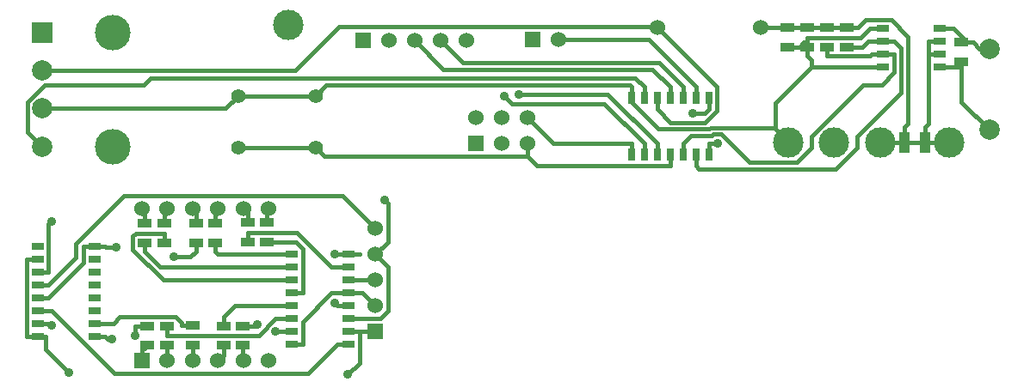
<source format=gtl>
G04 (created by PCBNEW (2013-07-07 BZR 4022)-stable) date 26/01/2014 9:48:07 PM*
%MOIN*%
G04 Gerber Fmt 3.4, Leading zero omitted, Abs format*
%FSLAX34Y34*%
G01*
G70*
G90*
G04 APERTURE LIST*
%ADD10C,0.00590551*%
%ADD11R,0.05X0.025*%
%ADD12R,0.055X0.035*%
%ADD13C,0.06*%
%ADD14C,0.11811*%
%ADD15R,0.0393701X0.0787402*%
%ADD16C,0.055*%
%ADD17R,0.025X0.05*%
%ADD18R,0.06X0.06*%
%ADD19C,0.137795*%
%ADD20R,0.0787402X0.0787402*%
%ADD21C,0.0787402*%
%ADD22C,0.035*%
%ADD23C,0.015748*%
G04 APERTURE END LIST*
G54D10*
G54D11*
X40686Y-7442D03*
X40686Y-6942D03*
X40686Y-6442D03*
X40686Y-5942D03*
X38486Y-5942D03*
X38486Y-6442D03*
X38486Y-6942D03*
X38486Y-7442D03*
G54D12*
X35551Y-5904D03*
X35551Y-6654D03*
X34783Y-5904D03*
X34783Y-6654D03*
X36318Y-5904D03*
X36318Y-6654D03*
X37086Y-5904D03*
X37086Y-6654D03*
X41515Y-7225D03*
X41515Y-6475D03*
G54D13*
X29732Y-5905D03*
X33732Y-5905D03*
G54D14*
X15452Y-5787D03*
X34822Y-10354D03*
X41043Y-10354D03*
X36594Y-10354D03*
X38366Y-10354D03*
G54D15*
X39311Y-10354D03*
X40098Y-10354D03*
G54D16*
X13500Y-10566D03*
X13500Y-8566D03*
X16500Y-10566D03*
X16500Y-8566D03*
G54D11*
X15573Y-14706D03*
X15573Y-15206D03*
X15573Y-15706D03*
X15573Y-16206D03*
X15573Y-16706D03*
X15573Y-17206D03*
X15573Y-17706D03*
X15573Y-18206D03*
X17773Y-18206D03*
X17773Y-17706D03*
X17773Y-17206D03*
X17773Y-16706D03*
X17773Y-16206D03*
X17773Y-15706D03*
X17773Y-15206D03*
X17773Y-14706D03*
X7930Y-17891D03*
X7930Y-17391D03*
X7930Y-16891D03*
X7930Y-16391D03*
X7930Y-15891D03*
X7930Y-15391D03*
X7930Y-14891D03*
X7930Y-14391D03*
X5730Y-14391D03*
X5730Y-14891D03*
X5730Y-15391D03*
X5730Y-15891D03*
X5730Y-16391D03*
X5730Y-16891D03*
X5730Y-17391D03*
X5730Y-17891D03*
G54D17*
X28736Y-10844D03*
X29236Y-10844D03*
X29736Y-10844D03*
X30236Y-10844D03*
X30736Y-10844D03*
X31236Y-10844D03*
X31736Y-10844D03*
X31736Y-8644D03*
X31236Y-8644D03*
X30736Y-8644D03*
X30236Y-8644D03*
X29736Y-8644D03*
X29236Y-8644D03*
X28736Y-8644D03*
G54D12*
X10629Y-14252D03*
X10629Y-13502D03*
X9881Y-14252D03*
X9881Y-13502D03*
X12618Y-14252D03*
X12618Y-13502D03*
X13877Y-14233D03*
X13877Y-13483D03*
X14625Y-14233D03*
X14625Y-13483D03*
X12933Y-17499D03*
X12933Y-18249D03*
X10728Y-17499D03*
X10728Y-18249D03*
X9980Y-17499D03*
X9980Y-18249D03*
X11870Y-14252D03*
X11870Y-13502D03*
X13681Y-17499D03*
X13681Y-18249D03*
X11751Y-17479D03*
X11751Y-18229D03*
G54D18*
X24913Y-6377D03*
G54D13*
X25913Y-6377D03*
G54D18*
X22700Y-10401D03*
G54D13*
X22700Y-9401D03*
X23700Y-10401D03*
X23700Y-9401D03*
X24700Y-10401D03*
X24700Y-9401D03*
G54D18*
X18818Y-17708D03*
G54D13*
X18818Y-16708D03*
X18818Y-15708D03*
X18818Y-14708D03*
X18818Y-13708D03*
G54D18*
X18334Y-6417D03*
G54D13*
X19334Y-6417D03*
X20334Y-6417D03*
X21334Y-6417D03*
X22334Y-6417D03*
G54D18*
X9763Y-18838D03*
G54D13*
X10748Y-18838D03*
X11732Y-18838D03*
X12716Y-18838D03*
X13700Y-18838D03*
X14685Y-18838D03*
X14685Y-12933D03*
X13700Y-12933D03*
X12716Y-12933D03*
X11732Y-12933D03*
X10748Y-12933D03*
X9763Y-12933D03*
G54D19*
X8661Y-6092D03*
X8661Y-10521D03*
G54D20*
X5905Y-6092D03*
G54D21*
X5905Y-10521D03*
X5905Y-7568D03*
X5915Y-9045D03*
X42598Y-6732D03*
X42598Y-9881D03*
G54D22*
X8605Y-17993D03*
X14233Y-17431D03*
X24386Y-8496D03*
X19173Y-12598D03*
X6283Y-13427D03*
X8765Y-14424D03*
X17242Y-14706D03*
X17759Y-19368D03*
X6932Y-19287D03*
X17239Y-16595D03*
X14961Y-17706D03*
X9508Y-17871D03*
X6264Y-17459D03*
X11003Y-14815D03*
X31118Y-9233D03*
X23813Y-8561D03*
X32067Y-10404D03*
G54D23*
X25714Y-10415D02*
X28736Y-10415D01*
X24700Y-9401D02*
X25714Y-10415D01*
X28736Y-10844D02*
X28736Y-10415D01*
X39311Y-10354D02*
X38366Y-10354D01*
X36318Y-5904D02*
X35551Y-5904D01*
X34783Y-5904D02*
X35551Y-5904D01*
X36318Y-5904D02*
X37086Y-5904D01*
X40686Y-6942D02*
X40257Y-6942D01*
X40686Y-6442D02*
X40257Y-6442D01*
X40257Y-6442D02*
X40257Y-6942D01*
X34328Y-5905D02*
X34329Y-5904D01*
X33732Y-5905D02*
X34328Y-5905D01*
X34783Y-5904D02*
X34329Y-5904D01*
X39311Y-10354D02*
X39311Y-9781D01*
X37812Y-5618D02*
X37526Y-5904D01*
X38810Y-5618D02*
X37812Y-5618D01*
X39451Y-6259D02*
X38810Y-5618D01*
X39451Y-9641D02*
X39451Y-6259D01*
X39311Y-9781D02*
X39451Y-9641D01*
X37086Y-5904D02*
X37526Y-5904D01*
X40257Y-9622D02*
X40098Y-9781D01*
X40257Y-6942D02*
X40257Y-9622D01*
X40098Y-10354D02*
X40098Y-9781D01*
X40098Y-10354D02*
X41043Y-10354D01*
X40098Y-10354D02*
X39311Y-10354D01*
X13021Y-9045D02*
X5915Y-9045D01*
X13500Y-8566D02*
X13021Y-9045D01*
X35551Y-6654D02*
X35551Y-7008D01*
X37969Y-5942D02*
X38486Y-5942D01*
X37611Y-6300D02*
X37969Y-5942D01*
X35551Y-6300D02*
X37611Y-6300D01*
X35551Y-6654D02*
X35551Y-6477D01*
X35551Y-6477D02*
X35551Y-6300D01*
X35414Y-6477D02*
X35237Y-6654D01*
X35551Y-6477D02*
X35414Y-6477D01*
X34783Y-6654D02*
X35237Y-6654D01*
X35697Y-7154D02*
X35551Y-7008D01*
X35697Y-7442D02*
X35697Y-7154D01*
X35697Y-7442D02*
X38486Y-7442D01*
X13500Y-8566D02*
X16500Y-8566D01*
X28736Y-8644D02*
X28736Y-8215D01*
X28736Y-8793D02*
X28736Y-8644D01*
X29789Y-9845D02*
X28736Y-8793D01*
X31761Y-9845D02*
X29789Y-9845D01*
X31814Y-9793D02*
X31761Y-9845D01*
X34314Y-9793D02*
X31814Y-9793D01*
X34314Y-9845D02*
X34314Y-9793D01*
X34822Y-10354D02*
X34314Y-9845D01*
X34314Y-8826D02*
X35697Y-7442D01*
X34314Y-9793D02*
X34314Y-8826D01*
X16924Y-8142D02*
X16500Y-8566D01*
X28663Y-8142D02*
X16924Y-8142D01*
X28736Y-8215D02*
X28663Y-8142D01*
X13681Y-17499D02*
X14134Y-17499D01*
X7930Y-17891D02*
X8359Y-17891D01*
X8461Y-17993D02*
X8605Y-17993D01*
X8359Y-17891D02*
X8461Y-17993D01*
X14165Y-17499D02*
X14233Y-17431D01*
X14134Y-17499D02*
X14165Y-17499D01*
X27817Y-8496D02*
X29736Y-10415D01*
X24386Y-8496D02*
X27817Y-8496D01*
X29736Y-10844D02*
X29736Y-10415D01*
X19017Y-17206D02*
X17773Y-17206D01*
X19315Y-16908D02*
X19017Y-17206D01*
X19315Y-15205D02*
X19315Y-16908D01*
X18818Y-14708D02*
X19315Y-15205D01*
X19301Y-12726D02*
X19173Y-12598D01*
X19301Y-14225D02*
X19301Y-12726D01*
X18818Y-14708D02*
X19301Y-14225D01*
X5730Y-15391D02*
X6159Y-15391D01*
X6159Y-13551D02*
X6283Y-13427D01*
X6159Y-15391D02*
X6159Y-13551D01*
X18204Y-15708D02*
X18202Y-15706D01*
X18818Y-15708D02*
X18204Y-15708D01*
X17773Y-15706D02*
X18202Y-15706D01*
X5730Y-16391D02*
X6159Y-16391D01*
X7930Y-14391D02*
X7501Y-14391D01*
X7501Y-15049D02*
X7501Y-14391D01*
X6159Y-16391D02*
X7501Y-15049D01*
X18316Y-16206D02*
X17773Y-16206D01*
X18818Y-16708D02*
X18316Y-16206D01*
X15573Y-18206D02*
X16002Y-18206D01*
X17773Y-16206D02*
X17344Y-16206D01*
X7930Y-14391D02*
X8359Y-14391D01*
X16002Y-17321D02*
X16002Y-18206D01*
X17116Y-16206D02*
X16002Y-17321D01*
X17344Y-16206D02*
X17116Y-16206D01*
X8392Y-14424D02*
X8765Y-14424D01*
X8359Y-14391D02*
X8392Y-14424D01*
X17773Y-17706D02*
X18202Y-17706D01*
X17773Y-14706D02*
X17344Y-14706D01*
X17773Y-14706D02*
X18202Y-14706D01*
X18204Y-17708D02*
X18202Y-17706D01*
X18818Y-17708D02*
X18204Y-17708D01*
X17344Y-14706D02*
X17242Y-14706D01*
X5730Y-17891D02*
X5301Y-17891D01*
X5301Y-17891D02*
X5301Y-14891D01*
X5730Y-14891D02*
X5301Y-14891D01*
X18202Y-18926D02*
X17759Y-19368D01*
X18202Y-17706D02*
X18202Y-18926D01*
X6037Y-18391D02*
X6037Y-17891D01*
X6932Y-19287D02*
X6037Y-18391D01*
X5730Y-17891D02*
X6037Y-17891D01*
X30736Y-8644D02*
X30736Y-8215D01*
X29799Y-7278D02*
X30736Y-8215D01*
X22195Y-7278D02*
X29799Y-7278D01*
X21334Y-6417D02*
X22195Y-7278D01*
X30236Y-8644D02*
X30236Y-8215D01*
X29561Y-7540D02*
X30236Y-8215D01*
X21458Y-7540D02*
X29561Y-7540D01*
X20334Y-6417D02*
X21458Y-7540D01*
X30236Y-10844D02*
X30236Y-11272D01*
X25072Y-11272D02*
X24700Y-10900D01*
X30236Y-11272D02*
X25072Y-11272D01*
X24700Y-10900D02*
X24700Y-10401D01*
X16834Y-10900D02*
X16500Y-10566D01*
X24700Y-10900D02*
X16834Y-10900D01*
X16500Y-10566D02*
X13500Y-10566D01*
X5730Y-15891D02*
X6159Y-15891D01*
X17773Y-16706D02*
X17344Y-16706D01*
X17344Y-16700D02*
X17344Y-16706D01*
X17239Y-16595D02*
X17344Y-16700D01*
X17557Y-12447D02*
X18818Y-13708D01*
X9073Y-12447D02*
X17557Y-12447D01*
X7224Y-14296D02*
X9073Y-12447D01*
X7224Y-14827D02*
X7224Y-14296D01*
X6159Y-15891D02*
X7224Y-14827D01*
X5730Y-16891D02*
X6159Y-16891D01*
X17773Y-18206D02*
X17344Y-18206D01*
X6290Y-16891D02*
X6159Y-16891D01*
X8724Y-19325D02*
X6290Y-16891D01*
X16225Y-19325D02*
X8724Y-19325D01*
X17344Y-18206D02*
X16225Y-19325D01*
X9980Y-17499D02*
X9526Y-17499D01*
X15573Y-17706D02*
X14961Y-17706D01*
X9526Y-17853D02*
X9508Y-17871D01*
X9526Y-17499D02*
X9526Y-17853D01*
X10606Y-15706D02*
X15573Y-15706D01*
X9427Y-14528D02*
X10606Y-15706D01*
X9427Y-14003D02*
X9427Y-14528D01*
X9531Y-13899D02*
X9427Y-14003D01*
X10629Y-13899D02*
X9531Y-13899D01*
X10629Y-14252D02*
X10629Y-13899D01*
X9881Y-13051D02*
X9881Y-13502D01*
X9763Y-12933D02*
X9881Y-13051D01*
X12717Y-14706D02*
X12618Y-14606D01*
X15573Y-14706D02*
X12717Y-14706D01*
X12618Y-14252D02*
X12618Y-14606D01*
X13371Y-16706D02*
X15573Y-16706D01*
X12933Y-17145D02*
X13371Y-16706D01*
X12933Y-17499D02*
X12933Y-17145D01*
X15728Y-14233D02*
X14625Y-14233D01*
X16002Y-14506D02*
X15728Y-14233D01*
X16002Y-16206D02*
X16002Y-14506D01*
X15573Y-16206D02*
X16002Y-16206D01*
X11751Y-18818D02*
X11751Y-18229D01*
X11732Y-18838D02*
X11751Y-18818D01*
X13681Y-18818D02*
X13681Y-18249D01*
X13700Y-18838D02*
X13681Y-18818D01*
X11870Y-13070D02*
X11870Y-13502D01*
X11732Y-12933D02*
X11870Y-13070D01*
X9869Y-18359D02*
X9980Y-18249D01*
X9763Y-18359D02*
X9869Y-18359D01*
X9763Y-18838D02*
X9763Y-18359D01*
X10728Y-18818D02*
X10728Y-18249D01*
X10748Y-18838D02*
X10728Y-18818D01*
X12933Y-18622D02*
X12933Y-18249D01*
X12716Y-18838D02*
X12933Y-18622D01*
X14625Y-12992D02*
X14625Y-13483D01*
X14685Y-12933D02*
X14625Y-12992D01*
X10629Y-13051D02*
X10629Y-13502D01*
X10748Y-12933D02*
X10629Y-13051D01*
X11298Y-17353D02*
X11298Y-17479D01*
X11089Y-17145D02*
X11298Y-17353D01*
X8917Y-17145D02*
X11089Y-17145D01*
X8670Y-17391D02*
X8917Y-17145D01*
X7930Y-17391D02*
X8670Y-17391D01*
X11751Y-17479D02*
X11298Y-17479D01*
X6196Y-17391D02*
X6264Y-17459D01*
X5730Y-17391D02*
X6196Y-17391D01*
X11661Y-14815D02*
X11870Y-14606D01*
X11003Y-14815D02*
X11661Y-14815D01*
X11870Y-14252D02*
X11870Y-14606D01*
X15573Y-17206D02*
X15144Y-17206D01*
X10728Y-17499D02*
X10728Y-17852D01*
X14312Y-17852D02*
X10728Y-17852D01*
X14958Y-17206D02*
X14312Y-17852D01*
X15144Y-17206D02*
X14958Y-17206D01*
X13877Y-13110D02*
X13877Y-13483D01*
X13700Y-12933D02*
X13877Y-13110D01*
X12618Y-13031D02*
X12618Y-13502D01*
X12716Y-12933D02*
X12618Y-13031D01*
X13877Y-14233D02*
X13877Y-13879D01*
X17773Y-15206D02*
X17344Y-15206D01*
X15772Y-13879D02*
X13877Y-13879D01*
X17100Y-15206D02*
X15772Y-13879D01*
X17344Y-15206D02*
X17100Y-15206D01*
X10481Y-15206D02*
X15573Y-15206D01*
X9881Y-14606D02*
X10481Y-15206D01*
X9881Y-14252D02*
X9881Y-14606D01*
X42226Y-6732D02*
X41969Y-6475D01*
X42598Y-6732D02*
X42226Y-6732D01*
X41515Y-6475D02*
X41742Y-6475D01*
X41742Y-6475D02*
X41969Y-6475D01*
X41210Y-5942D02*
X40686Y-5942D01*
X41742Y-6475D02*
X41210Y-5942D01*
X40686Y-7442D02*
X41115Y-7442D01*
X41515Y-7442D02*
X41115Y-7442D01*
X41515Y-8799D02*
X41515Y-7442D01*
X42598Y-9881D02*
X41515Y-8799D01*
X41515Y-7442D02*
X41515Y-7225D01*
X31575Y-9233D02*
X31736Y-9072D01*
X31118Y-9233D02*
X31575Y-9233D01*
X31736Y-8644D02*
X31736Y-9072D01*
X37992Y-7008D02*
X38057Y-6942D01*
X36318Y-7008D02*
X37992Y-7008D01*
X36318Y-6654D02*
X36318Y-7008D01*
X38336Y-6942D02*
X38057Y-6942D01*
X38336Y-6942D02*
X38486Y-6942D01*
X30736Y-10844D02*
X30736Y-10415D01*
X38486Y-6942D02*
X38915Y-6942D01*
X31033Y-10118D02*
X30736Y-10415D01*
X31853Y-10118D02*
X31033Y-10118D01*
X31920Y-10050D02*
X31853Y-10118D01*
X32214Y-10050D02*
X31920Y-10050D01*
X33300Y-11137D02*
X32214Y-10050D01*
X35156Y-11137D02*
X33300Y-11137D01*
X35708Y-10585D02*
X35156Y-11137D01*
X35708Y-10147D02*
X35708Y-10585D01*
X37726Y-8129D02*
X35708Y-10147D01*
X38430Y-8129D02*
X37726Y-8129D01*
X38915Y-7644D02*
X38430Y-8129D01*
X38915Y-6942D02*
X38915Y-7644D01*
X24108Y-8856D02*
X23813Y-8561D01*
X27677Y-8856D02*
X24108Y-8856D01*
X29236Y-10415D02*
X27677Y-8856D01*
X29236Y-10844D02*
X29236Y-10415D01*
X29705Y-5878D02*
X29732Y-5905D01*
X17415Y-5878D02*
X29705Y-5878D01*
X15725Y-7568D02*
X17415Y-5878D01*
X5905Y-7568D02*
X15725Y-7568D01*
X32040Y-8213D02*
X29732Y-5905D01*
X32040Y-9133D02*
X32040Y-8213D01*
X31585Y-9588D02*
X32040Y-9133D01*
X30251Y-9588D02*
X31585Y-9588D01*
X29736Y-9072D02*
X30251Y-9588D01*
X29736Y-8644D02*
X29736Y-9072D01*
X29236Y-8644D02*
X29236Y-8215D01*
X28887Y-7866D02*
X29236Y-8215D01*
X10116Y-7866D02*
X28887Y-7866D01*
X9842Y-8141D02*
X10116Y-7866D01*
X6008Y-8141D02*
X9842Y-8141D01*
X5340Y-8809D02*
X6008Y-8141D01*
X5340Y-9956D02*
X5340Y-8809D01*
X5905Y-10521D02*
X5340Y-9956D01*
X37086Y-6654D02*
X37540Y-6654D01*
X37903Y-6442D02*
X38486Y-6442D01*
X37691Y-6654D02*
X37903Y-6442D01*
X37540Y-6654D02*
X37691Y-6654D01*
X39185Y-6712D02*
X38915Y-6442D01*
X39185Y-8424D02*
X39185Y-6712D01*
X37480Y-10129D02*
X39185Y-8424D01*
X37480Y-10560D02*
X37480Y-10129D01*
X36645Y-11394D02*
X37480Y-10560D01*
X31358Y-11394D02*
X36645Y-11394D01*
X31236Y-11272D02*
X31358Y-11394D01*
X31236Y-10844D02*
X31236Y-11272D01*
X38486Y-6442D02*
X38915Y-6442D01*
X29398Y-6377D02*
X31236Y-8215D01*
X25913Y-6377D02*
X29398Y-6377D01*
X31236Y-8644D02*
X31236Y-8215D01*
X32056Y-10415D02*
X31736Y-10415D01*
X32067Y-10404D02*
X32056Y-10415D01*
X31736Y-10844D02*
X31736Y-10415D01*
M02*

</source>
